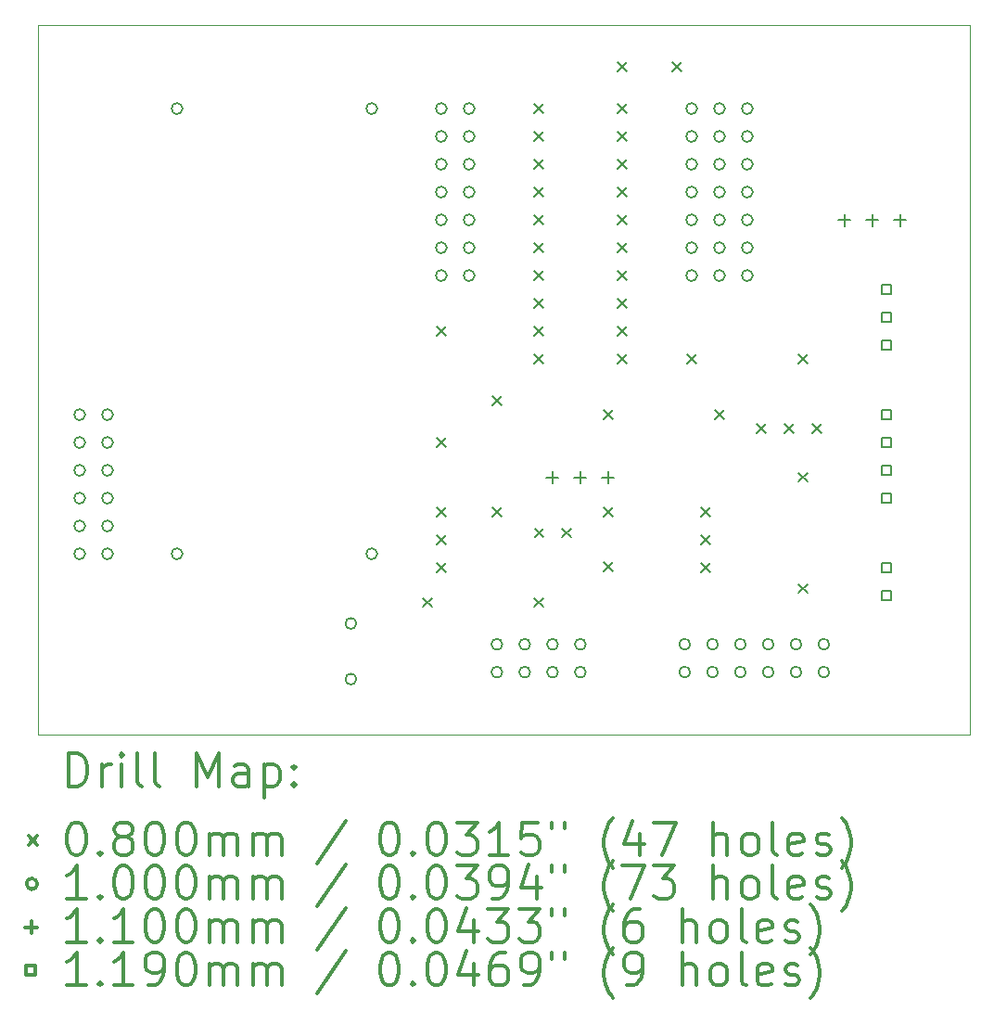
<source format=gbr>
%FSLAX45Y45*%
G04 Gerber Fmt 4.5, Leading zero omitted, Abs format (unit mm)*
G04 Created by KiCad (PCBNEW (5.1.10)-1) date 2021-09-17 19:58:28*
%MOMM*%
%LPD*%
G01*
G04 APERTURE LIST*
%TA.AperFunction,Profile*%
%ADD10C,0.100000*%
%TD*%
%ADD11C,0.200000*%
%ADD12C,0.300000*%
G04 APERTURE END LIST*
D10*
X11684000Y-1778000D02*
X11684000Y-8255000D01*
X3175000Y-1778000D02*
X11684000Y-1778000D01*
X3175000Y-8255000D02*
X3175000Y-1778000D01*
X11684000Y-8255000D02*
X3175000Y-8255000D01*
D11*
X6691000Y-7008500D02*
X6771000Y-7088500D01*
X6771000Y-7008500D02*
X6691000Y-7088500D01*
X6818000Y-4532000D02*
X6898000Y-4612000D01*
X6898000Y-4532000D02*
X6818000Y-4612000D01*
X6818000Y-5548000D02*
X6898000Y-5628000D01*
X6898000Y-5548000D02*
X6818000Y-5628000D01*
X6818000Y-6183000D02*
X6898000Y-6263000D01*
X6898000Y-6183000D02*
X6818000Y-6263000D01*
X6818000Y-6437000D02*
X6898000Y-6517000D01*
X6898000Y-6437000D02*
X6818000Y-6517000D01*
X6818000Y-6691000D02*
X6898000Y-6771000D01*
X6898000Y-6691000D02*
X6818000Y-6771000D01*
X7326000Y-5167000D02*
X7406000Y-5247000D01*
X7406000Y-5167000D02*
X7326000Y-5247000D01*
X7326000Y-6183000D02*
X7406000Y-6263000D01*
X7406000Y-6183000D02*
X7326000Y-6263000D01*
X7707000Y-2500000D02*
X7787000Y-2580000D01*
X7787000Y-2500000D02*
X7707000Y-2580000D01*
X7707000Y-2754000D02*
X7787000Y-2834000D01*
X7787000Y-2754000D02*
X7707000Y-2834000D01*
X7707000Y-3008000D02*
X7787000Y-3088000D01*
X7787000Y-3008000D02*
X7707000Y-3088000D01*
X7707000Y-3262000D02*
X7787000Y-3342000D01*
X7787000Y-3262000D02*
X7707000Y-3342000D01*
X7707000Y-3516000D02*
X7787000Y-3596000D01*
X7787000Y-3516000D02*
X7707000Y-3596000D01*
X7707000Y-3770000D02*
X7787000Y-3850000D01*
X7787000Y-3770000D02*
X7707000Y-3850000D01*
X7707000Y-4024000D02*
X7787000Y-4104000D01*
X7787000Y-4024000D02*
X7707000Y-4104000D01*
X7707000Y-4278000D02*
X7787000Y-4358000D01*
X7787000Y-4278000D02*
X7707000Y-4358000D01*
X7707000Y-4532000D02*
X7787000Y-4612000D01*
X7787000Y-4532000D02*
X7707000Y-4612000D01*
X7707000Y-4786000D02*
X7787000Y-4866000D01*
X7787000Y-4786000D02*
X7707000Y-4866000D01*
X7707000Y-7008500D02*
X7787000Y-7088500D01*
X7787000Y-7008500D02*
X7707000Y-7088500D01*
X7711000Y-6373500D02*
X7791000Y-6453500D01*
X7791000Y-6373500D02*
X7711000Y-6453500D01*
X7961000Y-6373500D02*
X8041000Y-6453500D01*
X8041000Y-6373500D02*
X7961000Y-6453500D01*
X8342000Y-5294000D02*
X8422000Y-5374000D01*
X8422000Y-5294000D02*
X8342000Y-5374000D01*
X8342000Y-6183000D02*
X8422000Y-6263000D01*
X8422000Y-6183000D02*
X8342000Y-6263000D01*
X8342000Y-6683000D02*
X8422000Y-6763000D01*
X8422000Y-6683000D02*
X8342000Y-6763000D01*
X8469000Y-2119000D02*
X8549000Y-2199000D01*
X8549000Y-2119000D02*
X8469000Y-2199000D01*
X8469000Y-2500000D02*
X8549000Y-2580000D01*
X8549000Y-2500000D02*
X8469000Y-2580000D01*
X8469000Y-2754000D02*
X8549000Y-2834000D01*
X8549000Y-2754000D02*
X8469000Y-2834000D01*
X8469000Y-3008000D02*
X8549000Y-3088000D01*
X8549000Y-3008000D02*
X8469000Y-3088000D01*
X8469000Y-3262000D02*
X8549000Y-3342000D01*
X8549000Y-3262000D02*
X8469000Y-3342000D01*
X8469000Y-3516000D02*
X8549000Y-3596000D01*
X8549000Y-3516000D02*
X8469000Y-3596000D01*
X8469000Y-3770000D02*
X8549000Y-3850000D01*
X8549000Y-3770000D02*
X8469000Y-3850000D01*
X8469000Y-4024000D02*
X8549000Y-4104000D01*
X8549000Y-4024000D02*
X8469000Y-4104000D01*
X8469000Y-4278000D02*
X8549000Y-4358000D01*
X8549000Y-4278000D02*
X8469000Y-4358000D01*
X8469000Y-4532000D02*
X8549000Y-4612000D01*
X8549000Y-4532000D02*
X8469000Y-4612000D01*
X8469000Y-4786000D02*
X8549000Y-4866000D01*
X8549000Y-4786000D02*
X8469000Y-4866000D01*
X8969000Y-2119000D02*
X9049000Y-2199000D01*
X9049000Y-2119000D02*
X8969000Y-2199000D01*
X9104000Y-4786000D02*
X9184000Y-4866000D01*
X9184000Y-4786000D02*
X9104000Y-4866000D01*
X9231000Y-6183000D02*
X9311000Y-6263000D01*
X9311000Y-6183000D02*
X9231000Y-6263000D01*
X9231000Y-6437000D02*
X9311000Y-6517000D01*
X9311000Y-6437000D02*
X9231000Y-6517000D01*
X9231000Y-6691000D02*
X9311000Y-6771000D01*
X9311000Y-6691000D02*
X9231000Y-6771000D01*
X9358000Y-5294000D02*
X9438000Y-5374000D01*
X9438000Y-5294000D02*
X9358000Y-5374000D01*
X9739000Y-5421000D02*
X9819000Y-5501000D01*
X9819000Y-5421000D02*
X9739000Y-5501000D01*
X9993000Y-5421000D02*
X10073000Y-5501000D01*
X10073000Y-5421000D02*
X9993000Y-5501000D01*
X10120000Y-4786000D02*
X10200000Y-4866000D01*
X10200000Y-4786000D02*
X10120000Y-4866000D01*
X10120000Y-5865500D02*
X10200000Y-5945500D01*
X10200000Y-5865500D02*
X10120000Y-5945500D01*
X10120000Y-6881500D02*
X10200000Y-6961500D01*
X10200000Y-6881500D02*
X10120000Y-6961500D01*
X10247000Y-5421000D02*
X10327000Y-5501000D01*
X10327000Y-5421000D02*
X10247000Y-5501000D01*
X3606000Y-5334000D02*
G75*
G03*
X3606000Y-5334000I-50000J0D01*
G01*
X3606000Y-5588000D02*
G75*
G03*
X3606000Y-5588000I-50000J0D01*
G01*
X3606000Y-5842000D02*
G75*
G03*
X3606000Y-5842000I-50000J0D01*
G01*
X3606000Y-6096000D02*
G75*
G03*
X3606000Y-6096000I-50000J0D01*
G01*
X3606000Y-6350000D02*
G75*
G03*
X3606000Y-6350000I-50000J0D01*
G01*
X3606000Y-6604000D02*
G75*
G03*
X3606000Y-6604000I-50000J0D01*
G01*
X3860000Y-5334000D02*
G75*
G03*
X3860000Y-5334000I-50000J0D01*
G01*
X3860000Y-5588000D02*
G75*
G03*
X3860000Y-5588000I-50000J0D01*
G01*
X3860000Y-5842000D02*
G75*
G03*
X3860000Y-5842000I-50000J0D01*
G01*
X3860000Y-6096000D02*
G75*
G03*
X3860000Y-6096000I-50000J0D01*
G01*
X3860000Y-6350000D02*
G75*
G03*
X3860000Y-6350000I-50000J0D01*
G01*
X3860000Y-6604000D02*
G75*
G03*
X3860000Y-6604000I-50000J0D01*
G01*
X4495000Y-2540000D02*
G75*
G03*
X4495000Y-2540000I-50000J0D01*
G01*
X4495000Y-6604000D02*
G75*
G03*
X4495000Y-6604000I-50000J0D01*
G01*
X6082500Y-7239000D02*
G75*
G03*
X6082500Y-7239000I-50000J0D01*
G01*
X6082500Y-7747000D02*
G75*
G03*
X6082500Y-7747000I-50000J0D01*
G01*
X6273000Y-2540000D02*
G75*
G03*
X6273000Y-2540000I-50000J0D01*
G01*
X6273000Y-6604000D02*
G75*
G03*
X6273000Y-6604000I-50000J0D01*
G01*
X6908000Y-2540000D02*
G75*
G03*
X6908000Y-2540000I-50000J0D01*
G01*
X6908000Y-2794000D02*
G75*
G03*
X6908000Y-2794000I-50000J0D01*
G01*
X6908000Y-3048000D02*
G75*
G03*
X6908000Y-3048000I-50000J0D01*
G01*
X6908000Y-3302000D02*
G75*
G03*
X6908000Y-3302000I-50000J0D01*
G01*
X6908000Y-3556000D02*
G75*
G03*
X6908000Y-3556000I-50000J0D01*
G01*
X6908000Y-3810000D02*
G75*
G03*
X6908000Y-3810000I-50000J0D01*
G01*
X6908000Y-4064000D02*
G75*
G03*
X6908000Y-4064000I-50000J0D01*
G01*
X7162000Y-2540000D02*
G75*
G03*
X7162000Y-2540000I-50000J0D01*
G01*
X7162000Y-2794000D02*
G75*
G03*
X7162000Y-2794000I-50000J0D01*
G01*
X7162000Y-3048000D02*
G75*
G03*
X7162000Y-3048000I-50000J0D01*
G01*
X7162000Y-3302000D02*
G75*
G03*
X7162000Y-3302000I-50000J0D01*
G01*
X7162000Y-3556000D02*
G75*
G03*
X7162000Y-3556000I-50000J0D01*
G01*
X7162000Y-3810000D02*
G75*
G03*
X7162000Y-3810000I-50000J0D01*
G01*
X7162000Y-4064000D02*
G75*
G03*
X7162000Y-4064000I-50000J0D01*
G01*
X7416000Y-7429500D02*
G75*
G03*
X7416000Y-7429500I-50000J0D01*
G01*
X7416000Y-7683500D02*
G75*
G03*
X7416000Y-7683500I-50000J0D01*
G01*
X7670000Y-7429500D02*
G75*
G03*
X7670000Y-7429500I-50000J0D01*
G01*
X7670000Y-7683500D02*
G75*
G03*
X7670000Y-7683500I-50000J0D01*
G01*
X7924000Y-7429500D02*
G75*
G03*
X7924000Y-7429500I-50000J0D01*
G01*
X7924000Y-7683500D02*
G75*
G03*
X7924000Y-7683500I-50000J0D01*
G01*
X8178000Y-7429500D02*
G75*
G03*
X8178000Y-7429500I-50000J0D01*
G01*
X8178000Y-7683500D02*
G75*
G03*
X8178000Y-7683500I-50000J0D01*
G01*
X9130500Y-7429500D02*
G75*
G03*
X9130500Y-7429500I-50000J0D01*
G01*
X9130500Y-7683500D02*
G75*
G03*
X9130500Y-7683500I-50000J0D01*
G01*
X9194000Y-2540000D02*
G75*
G03*
X9194000Y-2540000I-50000J0D01*
G01*
X9194000Y-2794000D02*
G75*
G03*
X9194000Y-2794000I-50000J0D01*
G01*
X9194000Y-3048000D02*
G75*
G03*
X9194000Y-3048000I-50000J0D01*
G01*
X9194000Y-3302000D02*
G75*
G03*
X9194000Y-3302000I-50000J0D01*
G01*
X9194000Y-3556000D02*
G75*
G03*
X9194000Y-3556000I-50000J0D01*
G01*
X9194000Y-3810000D02*
G75*
G03*
X9194000Y-3810000I-50000J0D01*
G01*
X9194000Y-4064000D02*
G75*
G03*
X9194000Y-4064000I-50000J0D01*
G01*
X9384500Y-7429500D02*
G75*
G03*
X9384500Y-7429500I-50000J0D01*
G01*
X9384500Y-7683500D02*
G75*
G03*
X9384500Y-7683500I-50000J0D01*
G01*
X9448000Y-2540000D02*
G75*
G03*
X9448000Y-2540000I-50000J0D01*
G01*
X9448000Y-2794000D02*
G75*
G03*
X9448000Y-2794000I-50000J0D01*
G01*
X9448000Y-3048000D02*
G75*
G03*
X9448000Y-3048000I-50000J0D01*
G01*
X9448000Y-3302000D02*
G75*
G03*
X9448000Y-3302000I-50000J0D01*
G01*
X9448000Y-3556000D02*
G75*
G03*
X9448000Y-3556000I-50000J0D01*
G01*
X9448000Y-3810000D02*
G75*
G03*
X9448000Y-3810000I-50000J0D01*
G01*
X9448000Y-4064000D02*
G75*
G03*
X9448000Y-4064000I-50000J0D01*
G01*
X9638500Y-7429500D02*
G75*
G03*
X9638500Y-7429500I-50000J0D01*
G01*
X9638500Y-7683500D02*
G75*
G03*
X9638500Y-7683500I-50000J0D01*
G01*
X9702000Y-2540000D02*
G75*
G03*
X9702000Y-2540000I-50000J0D01*
G01*
X9702000Y-2794000D02*
G75*
G03*
X9702000Y-2794000I-50000J0D01*
G01*
X9702000Y-3048000D02*
G75*
G03*
X9702000Y-3048000I-50000J0D01*
G01*
X9702000Y-3302000D02*
G75*
G03*
X9702000Y-3302000I-50000J0D01*
G01*
X9702000Y-3556000D02*
G75*
G03*
X9702000Y-3556000I-50000J0D01*
G01*
X9702000Y-3810000D02*
G75*
G03*
X9702000Y-3810000I-50000J0D01*
G01*
X9702000Y-4064000D02*
G75*
G03*
X9702000Y-4064000I-50000J0D01*
G01*
X9892500Y-7429500D02*
G75*
G03*
X9892500Y-7429500I-50000J0D01*
G01*
X9892500Y-7683500D02*
G75*
G03*
X9892500Y-7683500I-50000J0D01*
G01*
X10146500Y-7429500D02*
G75*
G03*
X10146500Y-7429500I-50000J0D01*
G01*
X10146500Y-7683500D02*
G75*
G03*
X10146500Y-7683500I-50000J0D01*
G01*
X10400500Y-7429500D02*
G75*
G03*
X10400500Y-7429500I-50000J0D01*
G01*
X10400500Y-7683500D02*
G75*
G03*
X10400500Y-7683500I-50000J0D01*
G01*
X7874000Y-5850500D02*
X7874000Y-5960500D01*
X7819000Y-5905500D02*
X7929000Y-5905500D01*
X8128000Y-5850500D02*
X8128000Y-5960500D01*
X8073000Y-5905500D02*
X8183000Y-5905500D01*
X8382000Y-5850500D02*
X8382000Y-5960500D01*
X8327000Y-5905500D02*
X8437000Y-5905500D01*
X10541000Y-3501000D02*
X10541000Y-3611000D01*
X10486000Y-3556000D02*
X10596000Y-3556000D01*
X10795000Y-3501000D02*
X10795000Y-3611000D01*
X10740000Y-3556000D02*
X10850000Y-3556000D01*
X11049000Y-3501000D02*
X11049000Y-3611000D01*
X10994000Y-3556000D02*
X11104000Y-3556000D01*
X10964073Y-4233073D02*
X10964073Y-4148927D01*
X10879927Y-4148927D01*
X10879927Y-4233073D01*
X10964073Y-4233073D01*
X10964073Y-4487073D02*
X10964073Y-4402927D01*
X10879927Y-4402927D01*
X10879927Y-4487073D01*
X10964073Y-4487073D01*
X10964073Y-4741073D02*
X10964073Y-4656927D01*
X10879927Y-4656927D01*
X10879927Y-4741073D01*
X10964073Y-4741073D01*
X10964073Y-5376073D02*
X10964073Y-5291927D01*
X10879927Y-5291927D01*
X10879927Y-5376073D01*
X10964073Y-5376073D01*
X10964073Y-5630073D02*
X10964073Y-5545927D01*
X10879927Y-5545927D01*
X10879927Y-5630073D01*
X10964073Y-5630073D01*
X10964073Y-5884073D02*
X10964073Y-5799927D01*
X10879927Y-5799927D01*
X10879927Y-5884073D01*
X10964073Y-5884073D01*
X10964073Y-6138073D02*
X10964073Y-6053927D01*
X10879927Y-6053927D01*
X10879927Y-6138073D01*
X10964073Y-6138073D01*
X10964073Y-6773073D02*
X10964073Y-6688927D01*
X10879927Y-6688927D01*
X10879927Y-6773073D01*
X10964073Y-6773073D01*
X10964073Y-7027073D02*
X10964073Y-6942927D01*
X10879927Y-6942927D01*
X10879927Y-7027073D01*
X10964073Y-7027073D01*
D12*
X3456428Y-8725714D02*
X3456428Y-8425714D01*
X3527857Y-8425714D01*
X3570714Y-8440000D01*
X3599286Y-8468572D01*
X3613571Y-8497143D01*
X3627857Y-8554286D01*
X3627857Y-8597143D01*
X3613571Y-8654286D01*
X3599286Y-8682857D01*
X3570714Y-8711429D01*
X3527857Y-8725714D01*
X3456428Y-8725714D01*
X3756428Y-8725714D02*
X3756428Y-8525714D01*
X3756428Y-8582857D02*
X3770714Y-8554286D01*
X3785000Y-8540000D01*
X3813571Y-8525714D01*
X3842143Y-8525714D01*
X3942143Y-8725714D02*
X3942143Y-8525714D01*
X3942143Y-8425714D02*
X3927857Y-8440000D01*
X3942143Y-8454286D01*
X3956428Y-8440000D01*
X3942143Y-8425714D01*
X3942143Y-8454286D01*
X4127857Y-8725714D02*
X4099286Y-8711429D01*
X4085000Y-8682857D01*
X4085000Y-8425714D01*
X4285000Y-8725714D02*
X4256428Y-8711429D01*
X4242143Y-8682857D01*
X4242143Y-8425714D01*
X4627857Y-8725714D02*
X4627857Y-8425714D01*
X4727857Y-8640000D01*
X4827857Y-8425714D01*
X4827857Y-8725714D01*
X5099286Y-8725714D02*
X5099286Y-8568572D01*
X5085000Y-8540000D01*
X5056428Y-8525714D01*
X4999286Y-8525714D01*
X4970714Y-8540000D01*
X5099286Y-8711429D02*
X5070714Y-8725714D01*
X4999286Y-8725714D01*
X4970714Y-8711429D01*
X4956428Y-8682857D01*
X4956428Y-8654286D01*
X4970714Y-8625714D01*
X4999286Y-8611429D01*
X5070714Y-8611429D01*
X5099286Y-8597143D01*
X5242143Y-8525714D02*
X5242143Y-8825714D01*
X5242143Y-8540000D02*
X5270714Y-8525714D01*
X5327857Y-8525714D01*
X5356428Y-8540000D01*
X5370714Y-8554286D01*
X5385000Y-8582857D01*
X5385000Y-8668572D01*
X5370714Y-8697143D01*
X5356428Y-8711429D01*
X5327857Y-8725714D01*
X5270714Y-8725714D01*
X5242143Y-8711429D01*
X5513571Y-8697143D02*
X5527857Y-8711429D01*
X5513571Y-8725714D01*
X5499286Y-8711429D01*
X5513571Y-8697143D01*
X5513571Y-8725714D01*
X5513571Y-8540000D02*
X5527857Y-8554286D01*
X5513571Y-8568572D01*
X5499286Y-8554286D01*
X5513571Y-8540000D01*
X5513571Y-8568572D01*
X3090000Y-9180000D02*
X3170000Y-9260000D01*
X3170000Y-9180000D02*
X3090000Y-9260000D01*
X3513571Y-9055714D02*
X3542143Y-9055714D01*
X3570714Y-9070000D01*
X3585000Y-9084286D01*
X3599286Y-9112857D01*
X3613571Y-9170000D01*
X3613571Y-9241429D01*
X3599286Y-9298572D01*
X3585000Y-9327143D01*
X3570714Y-9341429D01*
X3542143Y-9355714D01*
X3513571Y-9355714D01*
X3485000Y-9341429D01*
X3470714Y-9327143D01*
X3456428Y-9298572D01*
X3442143Y-9241429D01*
X3442143Y-9170000D01*
X3456428Y-9112857D01*
X3470714Y-9084286D01*
X3485000Y-9070000D01*
X3513571Y-9055714D01*
X3742143Y-9327143D02*
X3756428Y-9341429D01*
X3742143Y-9355714D01*
X3727857Y-9341429D01*
X3742143Y-9327143D01*
X3742143Y-9355714D01*
X3927857Y-9184286D02*
X3899286Y-9170000D01*
X3885000Y-9155714D01*
X3870714Y-9127143D01*
X3870714Y-9112857D01*
X3885000Y-9084286D01*
X3899286Y-9070000D01*
X3927857Y-9055714D01*
X3985000Y-9055714D01*
X4013571Y-9070000D01*
X4027857Y-9084286D01*
X4042143Y-9112857D01*
X4042143Y-9127143D01*
X4027857Y-9155714D01*
X4013571Y-9170000D01*
X3985000Y-9184286D01*
X3927857Y-9184286D01*
X3899286Y-9198572D01*
X3885000Y-9212857D01*
X3870714Y-9241429D01*
X3870714Y-9298572D01*
X3885000Y-9327143D01*
X3899286Y-9341429D01*
X3927857Y-9355714D01*
X3985000Y-9355714D01*
X4013571Y-9341429D01*
X4027857Y-9327143D01*
X4042143Y-9298572D01*
X4042143Y-9241429D01*
X4027857Y-9212857D01*
X4013571Y-9198572D01*
X3985000Y-9184286D01*
X4227857Y-9055714D02*
X4256428Y-9055714D01*
X4285000Y-9070000D01*
X4299286Y-9084286D01*
X4313571Y-9112857D01*
X4327857Y-9170000D01*
X4327857Y-9241429D01*
X4313571Y-9298572D01*
X4299286Y-9327143D01*
X4285000Y-9341429D01*
X4256428Y-9355714D01*
X4227857Y-9355714D01*
X4199286Y-9341429D01*
X4185000Y-9327143D01*
X4170714Y-9298572D01*
X4156428Y-9241429D01*
X4156428Y-9170000D01*
X4170714Y-9112857D01*
X4185000Y-9084286D01*
X4199286Y-9070000D01*
X4227857Y-9055714D01*
X4513571Y-9055714D02*
X4542143Y-9055714D01*
X4570714Y-9070000D01*
X4585000Y-9084286D01*
X4599286Y-9112857D01*
X4613571Y-9170000D01*
X4613571Y-9241429D01*
X4599286Y-9298572D01*
X4585000Y-9327143D01*
X4570714Y-9341429D01*
X4542143Y-9355714D01*
X4513571Y-9355714D01*
X4485000Y-9341429D01*
X4470714Y-9327143D01*
X4456428Y-9298572D01*
X4442143Y-9241429D01*
X4442143Y-9170000D01*
X4456428Y-9112857D01*
X4470714Y-9084286D01*
X4485000Y-9070000D01*
X4513571Y-9055714D01*
X4742143Y-9355714D02*
X4742143Y-9155714D01*
X4742143Y-9184286D02*
X4756428Y-9170000D01*
X4785000Y-9155714D01*
X4827857Y-9155714D01*
X4856428Y-9170000D01*
X4870714Y-9198572D01*
X4870714Y-9355714D01*
X4870714Y-9198572D02*
X4885000Y-9170000D01*
X4913571Y-9155714D01*
X4956428Y-9155714D01*
X4985000Y-9170000D01*
X4999286Y-9198572D01*
X4999286Y-9355714D01*
X5142143Y-9355714D02*
X5142143Y-9155714D01*
X5142143Y-9184286D02*
X5156428Y-9170000D01*
X5185000Y-9155714D01*
X5227857Y-9155714D01*
X5256428Y-9170000D01*
X5270714Y-9198572D01*
X5270714Y-9355714D01*
X5270714Y-9198572D02*
X5285000Y-9170000D01*
X5313571Y-9155714D01*
X5356428Y-9155714D01*
X5385000Y-9170000D01*
X5399286Y-9198572D01*
X5399286Y-9355714D01*
X5985000Y-9041429D02*
X5727857Y-9427143D01*
X6370714Y-9055714D02*
X6399286Y-9055714D01*
X6427857Y-9070000D01*
X6442143Y-9084286D01*
X6456428Y-9112857D01*
X6470714Y-9170000D01*
X6470714Y-9241429D01*
X6456428Y-9298572D01*
X6442143Y-9327143D01*
X6427857Y-9341429D01*
X6399286Y-9355714D01*
X6370714Y-9355714D01*
X6342143Y-9341429D01*
X6327857Y-9327143D01*
X6313571Y-9298572D01*
X6299286Y-9241429D01*
X6299286Y-9170000D01*
X6313571Y-9112857D01*
X6327857Y-9084286D01*
X6342143Y-9070000D01*
X6370714Y-9055714D01*
X6599286Y-9327143D02*
X6613571Y-9341429D01*
X6599286Y-9355714D01*
X6585000Y-9341429D01*
X6599286Y-9327143D01*
X6599286Y-9355714D01*
X6799286Y-9055714D02*
X6827857Y-9055714D01*
X6856428Y-9070000D01*
X6870714Y-9084286D01*
X6885000Y-9112857D01*
X6899286Y-9170000D01*
X6899286Y-9241429D01*
X6885000Y-9298572D01*
X6870714Y-9327143D01*
X6856428Y-9341429D01*
X6827857Y-9355714D01*
X6799286Y-9355714D01*
X6770714Y-9341429D01*
X6756428Y-9327143D01*
X6742143Y-9298572D01*
X6727857Y-9241429D01*
X6727857Y-9170000D01*
X6742143Y-9112857D01*
X6756428Y-9084286D01*
X6770714Y-9070000D01*
X6799286Y-9055714D01*
X6999286Y-9055714D02*
X7185000Y-9055714D01*
X7085000Y-9170000D01*
X7127857Y-9170000D01*
X7156428Y-9184286D01*
X7170714Y-9198572D01*
X7185000Y-9227143D01*
X7185000Y-9298572D01*
X7170714Y-9327143D01*
X7156428Y-9341429D01*
X7127857Y-9355714D01*
X7042143Y-9355714D01*
X7013571Y-9341429D01*
X6999286Y-9327143D01*
X7470714Y-9355714D02*
X7299286Y-9355714D01*
X7385000Y-9355714D02*
X7385000Y-9055714D01*
X7356428Y-9098572D01*
X7327857Y-9127143D01*
X7299286Y-9141429D01*
X7742143Y-9055714D02*
X7599286Y-9055714D01*
X7585000Y-9198572D01*
X7599286Y-9184286D01*
X7627857Y-9170000D01*
X7699286Y-9170000D01*
X7727857Y-9184286D01*
X7742143Y-9198572D01*
X7756428Y-9227143D01*
X7756428Y-9298572D01*
X7742143Y-9327143D01*
X7727857Y-9341429D01*
X7699286Y-9355714D01*
X7627857Y-9355714D01*
X7599286Y-9341429D01*
X7585000Y-9327143D01*
X7870714Y-9055714D02*
X7870714Y-9112857D01*
X7985000Y-9055714D02*
X7985000Y-9112857D01*
X8427857Y-9470000D02*
X8413571Y-9455714D01*
X8385000Y-9412857D01*
X8370714Y-9384286D01*
X8356428Y-9341429D01*
X8342143Y-9270000D01*
X8342143Y-9212857D01*
X8356428Y-9141429D01*
X8370714Y-9098572D01*
X8385000Y-9070000D01*
X8413571Y-9027143D01*
X8427857Y-9012857D01*
X8670714Y-9155714D02*
X8670714Y-9355714D01*
X8599286Y-9041429D02*
X8527857Y-9255714D01*
X8713571Y-9255714D01*
X8799286Y-9055714D02*
X8999286Y-9055714D01*
X8870714Y-9355714D01*
X9342143Y-9355714D02*
X9342143Y-9055714D01*
X9470714Y-9355714D02*
X9470714Y-9198572D01*
X9456428Y-9170000D01*
X9427857Y-9155714D01*
X9385000Y-9155714D01*
X9356428Y-9170000D01*
X9342143Y-9184286D01*
X9656428Y-9355714D02*
X9627857Y-9341429D01*
X9613571Y-9327143D01*
X9599286Y-9298572D01*
X9599286Y-9212857D01*
X9613571Y-9184286D01*
X9627857Y-9170000D01*
X9656428Y-9155714D01*
X9699286Y-9155714D01*
X9727857Y-9170000D01*
X9742143Y-9184286D01*
X9756428Y-9212857D01*
X9756428Y-9298572D01*
X9742143Y-9327143D01*
X9727857Y-9341429D01*
X9699286Y-9355714D01*
X9656428Y-9355714D01*
X9927857Y-9355714D02*
X9899286Y-9341429D01*
X9885000Y-9312857D01*
X9885000Y-9055714D01*
X10156428Y-9341429D02*
X10127857Y-9355714D01*
X10070714Y-9355714D01*
X10042143Y-9341429D01*
X10027857Y-9312857D01*
X10027857Y-9198572D01*
X10042143Y-9170000D01*
X10070714Y-9155714D01*
X10127857Y-9155714D01*
X10156428Y-9170000D01*
X10170714Y-9198572D01*
X10170714Y-9227143D01*
X10027857Y-9255714D01*
X10285000Y-9341429D02*
X10313571Y-9355714D01*
X10370714Y-9355714D01*
X10399286Y-9341429D01*
X10413571Y-9312857D01*
X10413571Y-9298572D01*
X10399286Y-9270000D01*
X10370714Y-9255714D01*
X10327857Y-9255714D01*
X10299286Y-9241429D01*
X10285000Y-9212857D01*
X10285000Y-9198572D01*
X10299286Y-9170000D01*
X10327857Y-9155714D01*
X10370714Y-9155714D01*
X10399286Y-9170000D01*
X10513571Y-9470000D02*
X10527857Y-9455714D01*
X10556428Y-9412857D01*
X10570714Y-9384286D01*
X10585000Y-9341429D01*
X10599286Y-9270000D01*
X10599286Y-9212857D01*
X10585000Y-9141429D01*
X10570714Y-9098572D01*
X10556428Y-9070000D01*
X10527857Y-9027143D01*
X10513571Y-9012857D01*
X3170000Y-9616000D02*
G75*
G03*
X3170000Y-9616000I-50000J0D01*
G01*
X3613571Y-9751714D02*
X3442143Y-9751714D01*
X3527857Y-9751714D02*
X3527857Y-9451714D01*
X3499286Y-9494572D01*
X3470714Y-9523143D01*
X3442143Y-9537429D01*
X3742143Y-9723143D02*
X3756428Y-9737429D01*
X3742143Y-9751714D01*
X3727857Y-9737429D01*
X3742143Y-9723143D01*
X3742143Y-9751714D01*
X3942143Y-9451714D02*
X3970714Y-9451714D01*
X3999286Y-9466000D01*
X4013571Y-9480286D01*
X4027857Y-9508857D01*
X4042143Y-9566000D01*
X4042143Y-9637429D01*
X4027857Y-9694572D01*
X4013571Y-9723143D01*
X3999286Y-9737429D01*
X3970714Y-9751714D01*
X3942143Y-9751714D01*
X3913571Y-9737429D01*
X3899286Y-9723143D01*
X3885000Y-9694572D01*
X3870714Y-9637429D01*
X3870714Y-9566000D01*
X3885000Y-9508857D01*
X3899286Y-9480286D01*
X3913571Y-9466000D01*
X3942143Y-9451714D01*
X4227857Y-9451714D02*
X4256428Y-9451714D01*
X4285000Y-9466000D01*
X4299286Y-9480286D01*
X4313571Y-9508857D01*
X4327857Y-9566000D01*
X4327857Y-9637429D01*
X4313571Y-9694572D01*
X4299286Y-9723143D01*
X4285000Y-9737429D01*
X4256428Y-9751714D01*
X4227857Y-9751714D01*
X4199286Y-9737429D01*
X4185000Y-9723143D01*
X4170714Y-9694572D01*
X4156428Y-9637429D01*
X4156428Y-9566000D01*
X4170714Y-9508857D01*
X4185000Y-9480286D01*
X4199286Y-9466000D01*
X4227857Y-9451714D01*
X4513571Y-9451714D02*
X4542143Y-9451714D01*
X4570714Y-9466000D01*
X4585000Y-9480286D01*
X4599286Y-9508857D01*
X4613571Y-9566000D01*
X4613571Y-9637429D01*
X4599286Y-9694572D01*
X4585000Y-9723143D01*
X4570714Y-9737429D01*
X4542143Y-9751714D01*
X4513571Y-9751714D01*
X4485000Y-9737429D01*
X4470714Y-9723143D01*
X4456428Y-9694572D01*
X4442143Y-9637429D01*
X4442143Y-9566000D01*
X4456428Y-9508857D01*
X4470714Y-9480286D01*
X4485000Y-9466000D01*
X4513571Y-9451714D01*
X4742143Y-9751714D02*
X4742143Y-9551714D01*
X4742143Y-9580286D02*
X4756428Y-9566000D01*
X4785000Y-9551714D01*
X4827857Y-9551714D01*
X4856428Y-9566000D01*
X4870714Y-9594572D01*
X4870714Y-9751714D01*
X4870714Y-9594572D02*
X4885000Y-9566000D01*
X4913571Y-9551714D01*
X4956428Y-9551714D01*
X4985000Y-9566000D01*
X4999286Y-9594572D01*
X4999286Y-9751714D01*
X5142143Y-9751714D02*
X5142143Y-9551714D01*
X5142143Y-9580286D02*
X5156428Y-9566000D01*
X5185000Y-9551714D01*
X5227857Y-9551714D01*
X5256428Y-9566000D01*
X5270714Y-9594572D01*
X5270714Y-9751714D01*
X5270714Y-9594572D02*
X5285000Y-9566000D01*
X5313571Y-9551714D01*
X5356428Y-9551714D01*
X5385000Y-9566000D01*
X5399286Y-9594572D01*
X5399286Y-9751714D01*
X5985000Y-9437429D02*
X5727857Y-9823143D01*
X6370714Y-9451714D02*
X6399286Y-9451714D01*
X6427857Y-9466000D01*
X6442143Y-9480286D01*
X6456428Y-9508857D01*
X6470714Y-9566000D01*
X6470714Y-9637429D01*
X6456428Y-9694572D01*
X6442143Y-9723143D01*
X6427857Y-9737429D01*
X6399286Y-9751714D01*
X6370714Y-9751714D01*
X6342143Y-9737429D01*
X6327857Y-9723143D01*
X6313571Y-9694572D01*
X6299286Y-9637429D01*
X6299286Y-9566000D01*
X6313571Y-9508857D01*
X6327857Y-9480286D01*
X6342143Y-9466000D01*
X6370714Y-9451714D01*
X6599286Y-9723143D02*
X6613571Y-9737429D01*
X6599286Y-9751714D01*
X6585000Y-9737429D01*
X6599286Y-9723143D01*
X6599286Y-9751714D01*
X6799286Y-9451714D02*
X6827857Y-9451714D01*
X6856428Y-9466000D01*
X6870714Y-9480286D01*
X6885000Y-9508857D01*
X6899286Y-9566000D01*
X6899286Y-9637429D01*
X6885000Y-9694572D01*
X6870714Y-9723143D01*
X6856428Y-9737429D01*
X6827857Y-9751714D01*
X6799286Y-9751714D01*
X6770714Y-9737429D01*
X6756428Y-9723143D01*
X6742143Y-9694572D01*
X6727857Y-9637429D01*
X6727857Y-9566000D01*
X6742143Y-9508857D01*
X6756428Y-9480286D01*
X6770714Y-9466000D01*
X6799286Y-9451714D01*
X6999286Y-9451714D02*
X7185000Y-9451714D01*
X7085000Y-9566000D01*
X7127857Y-9566000D01*
X7156428Y-9580286D01*
X7170714Y-9594572D01*
X7185000Y-9623143D01*
X7185000Y-9694572D01*
X7170714Y-9723143D01*
X7156428Y-9737429D01*
X7127857Y-9751714D01*
X7042143Y-9751714D01*
X7013571Y-9737429D01*
X6999286Y-9723143D01*
X7327857Y-9751714D02*
X7385000Y-9751714D01*
X7413571Y-9737429D01*
X7427857Y-9723143D01*
X7456428Y-9680286D01*
X7470714Y-9623143D01*
X7470714Y-9508857D01*
X7456428Y-9480286D01*
X7442143Y-9466000D01*
X7413571Y-9451714D01*
X7356428Y-9451714D01*
X7327857Y-9466000D01*
X7313571Y-9480286D01*
X7299286Y-9508857D01*
X7299286Y-9580286D01*
X7313571Y-9608857D01*
X7327857Y-9623143D01*
X7356428Y-9637429D01*
X7413571Y-9637429D01*
X7442143Y-9623143D01*
X7456428Y-9608857D01*
X7470714Y-9580286D01*
X7727857Y-9551714D02*
X7727857Y-9751714D01*
X7656428Y-9437429D02*
X7585000Y-9651714D01*
X7770714Y-9651714D01*
X7870714Y-9451714D02*
X7870714Y-9508857D01*
X7985000Y-9451714D02*
X7985000Y-9508857D01*
X8427857Y-9866000D02*
X8413571Y-9851714D01*
X8385000Y-9808857D01*
X8370714Y-9780286D01*
X8356428Y-9737429D01*
X8342143Y-9666000D01*
X8342143Y-9608857D01*
X8356428Y-9537429D01*
X8370714Y-9494572D01*
X8385000Y-9466000D01*
X8413571Y-9423143D01*
X8427857Y-9408857D01*
X8513571Y-9451714D02*
X8713571Y-9451714D01*
X8585000Y-9751714D01*
X8799286Y-9451714D02*
X8985000Y-9451714D01*
X8885000Y-9566000D01*
X8927857Y-9566000D01*
X8956428Y-9580286D01*
X8970714Y-9594572D01*
X8985000Y-9623143D01*
X8985000Y-9694572D01*
X8970714Y-9723143D01*
X8956428Y-9737429D01*
X8927857Y-9751714D01*
X8842143Y-9751714D01*
X8813571Y-9737429D01*
X8799286Y-9723143D01*
X9342143Y-9751714D02*
X9342143Y-9451714D01*
X9470714Y-9751714D02*
X9470714Y-9594572D01*
X9456428Y-9566000D01*
X9427857Y-9551714D01*
X9385000Y-9551714D01*
X9356428Y-9566000D01*
X9342143Y-9580286D01*
X9656428Y-9751714D02*
X9627857Y-9737429D01*
X9613571Y-9723143D01*
X9599286Y-9694572D01*
X9599286Y-9608857D01*
X9613571Y-9580286D01*
X9627857Y-9566000D01*
X9656428Y-9551714D01*
X9699286Y-9551714D01*
X9727857Y-9566000D01*
X9742143Y-9580286D01*
X9756428Y-9608857D01*
X9756428Y-9694572D01*
X9742143Y-9723143D01*
X9727857Y-9737429D01*
X9699286Y-9751714D01*
X9656428Y-9751714D01*
X9927857Y-9751714D02*
X9899286Y-9737429D01*
X9885000Y-9708857D01*
X9885000Y-9451714D01*
X10156428Y-9737429D02*
X10127857Y-9751714D01*
X10070714Y-9751714D01*
X10042143Y-9737429D01*
X10027857Y-9708857D01*
X10027857Y-9594572D01*
X10042143Y-9566000D01*
X10070714Y-9551714D01*
X10127857Y-9551714D01*
X10156428Y-9566000D01*
X10170714Y-9594572D01*
X10170714Y-9623143D01*
X10027857Y-9651714D01*
X10285000Y-9737429D02*
X10313571Y-9751714D01*
X10370714Y-9751714D01*
X10399286Y-9737429D01*
X10413571Y-9708857D01*
X10413571Y-9694572D01*
X10399286Y-9666000D01*
X10370714Y-9651714D01*
X10327857Y-9651714D01*
X10299286Y-9637429D01*
X10285000Y-9608857D01*
X10285000Y-9594572D01*
X10299286Y-9566000D01*
X10327857Y-9551714D01*
X10370714Y-9551714D01*
X10399286Y-9566000D01*
X10513571Y-9866000D02*
X10527857Y-9851714D01*
X10556428Y-9808857D01*
X10570714Y-9780286D01*
X10585000Y-9737429D01*
X10599286Y-9666000D01*
X10599286Y-9608857D01*
X10585000Y-9537429D01*
X10570714Y-9494572D01*
X10556428Y-9466000D01*
X10527857Y-9423143D01*
X10513571Y-9408857D01*
X3115000Y-9957000D02*
X3115000Y-10067000D01*
X3060000Y-10012000D02*
X3170000Y-10012000D01*
X3613571Y-10147714D02*
X3442143Y-10147714D01*
X3527857Y-10147714D02*
X3527857Y-9847714D01*
X3499286Y-9890572D01*
X3470714Y-9919143D01*
X3442143Y-9933429D01*
X3742143Y-10119143D02*
X3756428Y-10133429D01*
X3742143Y-10147714D01*
X3727857Y-10133429D01*
X3742143Y-10119143D01*
X3742143Y-10147714D01*
X4042143Y-10147714D02*
X3870714Y-10147714D01*
X3956428Y-10147714D02*
X3956428Y-9847714D01*
X3927857Y-9890572D01*
X3899286Y-9919143D01*
X3870714Y-9933429D01*
X4227857Y-9847714D02*
X4256428Y-9847714D01*
X4285000Y-9862000D01*
X4299286Y-9876286D01*
X4313571Y-9904857D01*
X4327857Y-9962000D01*
X4327857Y-10033429D01*
X4313571Y-10090572D01*
X4299286Y-10119143D01*
X4285000Y-10133429D01*
X4256428Y-10147714D01*
X4227857Y-10147714D01*
X4199286Y-10133429D01*
X4185000Y-10119143D01*
X4170714Y-10090572D01*
X4156428Y-10033429D01*
X4156428Y-9962000D01*
X4170714Y-9904857D01*
X4185000Y-9876286D01*
X4199286Y-9862000D01*
X4227857Y-9847714D01*
X4513571Y-9847714D02*
X4542143Y-9847714D01*
X4570714Y-9862000D01*
X4585000Y-9876286D01*
X4599286Y-9904857D01*
X4613571Y-9962000D01*
X4613571Y-10033429D01*
X4599286Y-10090572D01*
X4585000Y-10119143D01*
X4570714Y-10133429D01*
X4542143Y-10147714D01*
X4513571Y-10147714D01*
X4485000Y-10133429D01*
X4470714Y-10119143D01*
X4456428Y-10090572D01*
X4442143Y-10033429D01*
X4442143Y-9962000D01*
X4456428Y-9904857D01*
X4470714Y-9876286D01*
X4485000Y-9862000D01*
X4513571Y-9847714D01*
X4742143Y-10147714D02*
X4742143Y-9947714D01*
X4742143Y-9976286D02*
X4756428Y-9962000D01*
X4785000Y-9947714D01*
X4827857Y-9947714D01*
X4856428Y-9962000D01*
X4870714Y-9990572D01*
X4870714Y-10147714D01*
X4870714Y-9990572D02*
X4885000Y-9962000D01*
X4913571Y-9947714D01*
X4956428Y-9947714D01*
X4985000Y-9962000D01*
X4999286Y-9990572D01*
X4999286Y-10147714D01*
X5142143Y-10147714D02*
X5142143Y-9947714D01*
X5142143Y-9976286D02*
X5156428Y-9962000D01*
X5185000Y-9947714D01*
X5227857Y-9947714D01*
X5256428Y-9962000D01*
X5270714Y-9990572D01*
X5270714Y-10147714D01*
X5270714Y-9990572D02*
X5285000Y-9962000D01*
X5313571Y-9947714D01*
X5356428Y-9947714D01*
X5385000Y-9962000D01*
X5399286Y-9990572D01*
X5399286Y-10147714D01*
X5985000Y-9833429D02*
X5727857Y-10219143D01*
X6370714Y-9847714D02*
X6399286Y-9847714D01*
X6427857Y-9862000D01*
X6442143Y-9876286D01*
X6456428Y-9904857D01*
X6470714Y-9962000D01*
X6470714Y-10033429D01*
X6456428Y-10090572D01*
X6442143Y-10119143D01*
X6427857Y-10133429D01*
X6399286Y-10147714D01*
X6370714Y-10147714D01*
X6342143Y-10133429D01*
X6327857Y-10119143D01*
X6313571Y-10090572D01*
X6299286Y-10033429D01*
X6299286Y-9962000D01*
X6313571Y-9904857D01*
X6327857Y-9876286D01*
X6342143Y-9862000D01*
X6370714Y-9847714D01*
X6599286Y-10119143D02*
X6613571Y-10133429D01*
X6599286Y-10147714D01*
X6585000Y-10133429D01*
X6599286Y-10119143D01*
X6599286Y-10147714D01*
X6799286Y-9847714D02*
X6827857Y-9847714D01*
X6856428Y-9862000D01*
X6870714Y-9876286D01*
X6885000Y-9904857D01*
X6899286Y-9962000D01*
X6899286Y-10033429D01*
X6885000Y-10090572D01*
X6870714Y-10119143D01*
X6856428Y-10133429D01*
X6827857Y-10147714D01*
X6799286Y-10147714D01*
X6770714Y-10133429D01*
X6756428Y-10119143D01*
X6742143Y-10090572D01*
X6727857Y-10033429D01*
X6727857Y-9962000D01*
X6742143Y-9904857D01*
X6756428Y-9876286D01*
X6770714Y-9862000D01*
X6799286Y-9847714D01*
X7156428Y-9947714D02*
X7156428Y-10147714D01*
X7085000Y-9833429D02*
X7013571Y-10047714D01*
X7199286Y-10047714D01*
X7285000Y-9847714D02*
X7470714Y-9847714D01*
X7370714Y-9962000D01*
X7413571Y-9962000D01*
X7442143Y-9976286D01*
X7456428Y-9990572D01*
X7470714Y-10019143D01*
X7470714Y-10090572D01*
X7456428Y-10119143D01*
X7442143Y-10133429D01*
X7413571Y-10147714D01*
X7327857Y-10147714D01*
X7299286Y-10133429D01*
X7285000Y-10119143D01*
X7570714Y-9847714D02*
X7756428Y-9847714D01*
X7656428Y-9962000D01*
X7699286Y-9962000D01*
X7727857Y-9976286D01*
X7742143Y-9990572D01*
X7756428Y-10019143D01*
X7756428Y-10090572D01*
X7742143Y-10119143D01*
X7727857Y-10133429D01*
X7699286Y-10147714D01*
X7613571Y-10147714D01*
X7585000Y-10133429D01*
X7570714Y-10119143D01*
X7870714Y-9847714D02*
X7870714Y-9904857D01*
X7985000Y-9847714D02*
X7985000Y-9904857D01*
X8427857Y-10262000D02*
X8413571Y-10247714D01*
X8385000Y-10204857D01*
X8370714Y-10176286D01*
X8356428Y-10133429D01*
X8342143Y-10062000D01*
X8342143Y-10004857D01*
X8356428Y-9933429D01*
X8370714Y-9890572D01*
X8385000Y-9862000D01*
X8413571Y-9819143D01*
X8427857Y-9804857D01*
X8670714Y-9847714D02*
X8613571Y-9847714D01*
X8585000Y-9862000D01*
X8570714Y-9876286D01*
X8542143Y-9919143D01*
X8527857Y-9976286D01*
X8527857Y-10090572D01*
X8542143Y-10119143D01*
X8556428Y-10133429D01*
X8585000Y-10147714D01*
X8642143Y-10147714D01*
X8670714Y-10133429D01*
X8685000Y-10119143D01*
X8699286Y-10090572D01*
X8699286Y-10019143D01*
X8685000Y-9990572D01*
X8670714Y-9976286D01*
X8642143Y-9962000D01*
X8585000Y-9962000D01*
X8556428Y-9976286D01*
X8542143Y-9990572D01*
X8527857Y-10019143D01*
X9056428Y-10147714D02*
X9056428Y-9847714D01*
X9185000Y-10147714D02*
X9185000Y-9990572D01*
X9170714Y-9962000D01*
X9142143Y-9947714D01*
X9099286Y-9947714D01*
X9070714Y-9962000D01*
X9056428Y-9976286D01*
X9370714Y-10147714D02*
X9342143Y-10133429D01*
X9327857Y-10119143D01*
X9313571Y-10090572D01*
X9313571Y-10004857D01*
X9327857Y-9976286D01*
X9342143Y-9962000D01*
X9370714Y-9947714D01*
X9413571Y-9947714D01*
X9442143Y-9962000D01*
X9456428Y-9976286D01*
X9470714Y-10004857D01*
X9470714Y-10090572D01*
X9456428Y-10119143D01*
X9442143Y-10133429D01*
X9413571Y-10147714D01*
X9370714Y-10147714D01*
X9642143Y-10147714D02*
X9613571Y-10133429D01*
X9599286Y-10104857D01*
X9599286Y-9847714D01*
X9870714Y-10133429D02*
X9842143Y-10147714D01*
X9785000Y-10147714D01*
X9756428Y-10133429D01*
X9742143Y-10104857D01*
X9742143Y-9990572D01*
X9756428Y-9962000D01*
X9785000Y-9947714D01*
X9842143Y-9947714D01*
X9870714Y-9962000D01*
X9885000Y-9990572D01*
X9885000Y-10019143D01*
X9742143Y-10047714D01*
X9999286Y-10133429D02*
X10027857Y-10147714D01*
X10085000Y-10147714D01*
X10113571Y-10133429D01*
X10127857Y-10104857D01*
X10127857Y-10090572D01*
X10113571Y-10062000D01*
X10085000Y-10047714D01*
X10042143Y-10047714D01*
X10013571Y-10033429D01*
X9999286Y-10004857D01*
X9999286Y-9990572D01*
X10013571Y-9962000D01*
X10042143Y-9947714D01*
X10085000Y-9947714D01*
X10113571Y-9962000D01*
X10227857Y-10262000D02*
X10242143Y-10247714D01*
X10270714Y-10204857D01*
X10285000Y-10176286D01*
X10299286Y-10133429D01*
X10313571Y-10062000D01*
X10313571Y-10004857D01*
X10299286Y-9933429D01*
X10285000Y-9890572D01*
X10270714Y-9862000D01*
X10242143Y-9819143D01*
X10227857Y-9804857D01*
X3152573Y-10450073D02*
X3152573Y-10365927D01*
X3068427Y-10365927D01*
X3068427Y-10450073D01*
X3152573Y-10450073D01*
X3613571Y-10543714D02*
X3442143Y-10543714D01*
X3527857Y-10543714D02*
X3527857Y-10243714D01*
X3499286Y-10286572D01*
X3470714Y-10315143D01*
X3442143Y-10329429D01*
X3742143Y-10515143D02*
X3756428Y-10529429D01*
X3742143Y-10543714D01*
X3727857Y-10529429D01*
X3742143Y-10515143D01*
X3742143Y-10543714D01*
X4042143Y-10543714D02*
X3870714Y-10543714D01*
X3956428Y-10543714D02*
X3956428Y-10243714D01*
X3927857Y-10286572D01*
X3899286Y-10315143D01*
X3870714Y-10329429D01*
X4185000Y-10543714D02*
X4242143Y-10543714D01*
X4270714Y-10529429D01*
X4285000Y-10515143D01*
X4313571Y-10472286D01*
X4327857Y-10415143D01*
X4327857Y-10300857D01*
X4313571Y-10272286D01*
X4299286Y-10258000D01*
X4270714Y-10243714D01*
X4213571Y-10243714D01*
X4185000Y-10258000D01*
X4170714Y-10272286D01*
X4156428Y-10300857D01*
X4156428Y-10372286D01*
X4170714Y-10400857D01*
X4185000Y-10415143D01*
X4213571Y-10429429D01*
X4270714Y-10429429D01*
X4299286Y-10415143D01*
X4313571Y-10400857D01*
X4327857Y-10372286D01*
X4513571Y-10243714D02*
X4542143Y-10243714D01*
X4570714Y-10258000D01*
X4585000Y-10272286D01*
X4599286Y-10300857D01*
X4613571Y-10358000D01*
X4613571Y-10429429D01*
X4599286Y-10486572D01*
X4585000Y-10515143D01*
X4570714Y-10529429D01*
X4542143Y-10543714D01*
X4513571Y-10543714D01*
X4485000Y-10529429D01*
X4470714Y-10515143D01*
X4456428Y-10486572D01*
X4442143Y-10429429D01*
X4442143Y-10358000D01*
X4456428Y-10300857D01*
X4470714Y-10272286D01*
X4485000Y-10258000D01*
X4513571Y-10243714D01*
X4742143Y-10543714D02*
X4742143Y-10343714D01*
X4742143Y-10372286D02*
X4756428Y-10358000D01*
X4785000Y-10343714D01*
X4827857Y-10343714D01*
X4856428Y-10358000D01*
X4870714Y-10386572D01*
X4870714Y-10543714D01*
X4870714Y-10386572D02*
X4885000Y-10358000D01*
X4913571Y-10343714D01*
X4956428Y-10343714D01*
X4985000Y-10358000D01*
X4999286Y-10386572D01*
X4999286Y-10543714D01*
X5142143Y-10543714D02*
X5142143Y-10343714D01*
X5142143Y-10372286D02*
X5156428Y-10358000D01*
X5185000Y-10343714D01*
X5227857Y-10343714D01*
X5256428Y-10358000D01*
X5270714Y-10386572D01*
X5270714Y-10543714D01*
X5270714Y-10386572D02*
X5285000Y-10358000D01*
X5313571Y-10343714D01*
X5356428Y-10343714D01*
X5385000Y-10358000D01*
X5399286Y-10386572D01*
X5399286Y-10543714D01*
X5985000Y-10229429D02*
X5727857Y-10615143D01*
X6370714Y-10243714D02*
X6399286Y-10243714D01*
X6427857Y-10258000D01*
X6442143Y-10272286D01*
X6456428Y-10300857D01*
X6470714Y-10358000D01*
X6470714Y-10429429D01*
X6456428Y-10486572D01*
X6442143Y-10515143D01*
X6427857Y-10529429D01*
X6399286Y-10543714D01*
X6370714Y-10543714D01*
X6342143Y-10529429D01*
X6327857Y-10515143D01*
X6313571Y-10486572D01*
X6299286Y-10429429D01*
X6299286Y-10358000D01*
X6313571Y-10300857D01*
X6327857Y-10272286D01*
X6342143Y-10258000D01*
X6370714Y-10243714D01*
X6599286Y-10515143D02*
X6613571Y-10529429D01*
X6599286Y-10543714D01*
X6585000Y-10529429D01*
X6599286Y-10515143D01*
X6599286Y-10543714D01*
X6799286Y-10243714D02*
X6827857Y-10243714D01*
X6856428Y-10258000D01*
X6870714Y-10272286D01*
X6885000Y-10300857D01*
X6899286Y-10358000D01*
X6899286Y-10429429D01*
X6885000Y-10486572D01*
X6870714Y-10515143D01*
X6856428Y-10529429D01*
X6827857Y-10543714D01*
X6799286Y-10543714D01*
X6770714Y-10529429D01*
X6756428Y-10515143D01*
X6742143Y-10486572D01*
X6727857Y-10429429D01*
X6727857Y-10358000D01*
X6742143Y-10300857D01*
X6756428Y-10272286D01*
X6770714Y-10258000D01*
X6799286Y-10243714D01*
X7156428Y-10343714D02*
X7156428Y-10543714D01*
X7085000Y-10229429D02*
X7013571Y-10443714D01*
X7199286Y-10443714D01*
X7442143Y-10243714D02*
X7385000Y-10243714D01*
X7356428Y-10258000D01*
X7342143Y-10272286D01*
X7313571Y-10315143D01*
X7299286Y-10372286D01*
X7299286Y-10486572D01*
X7313571Y-10515143D01*
X7327857Y-10529429D01*
X7356428Y-10543714D01*
X7413571Y-10543714D01*
X7442143Y-10529429D01*
X7456428Y-10515143D01*
X7470714Y-10486572D01*
X7470714Y-10415143D01*
X7456428Y-10386572D01*
X7442143Y-10372286D01*
X7413571Y-10358000D01*
X7356428Y-10358000D01*
X7327857Y-10372286D01*
X7313571Y-10386572D01*
X7299286Y-10415143D01*
X7613571Y-10543714D02*
X7670714Y-10543714D01*
X7699286Y-10529429D01*
X7713571Y-10515143D01*
X7742143Y-10472286D01*
X7756428Y-10415143D01*
X7756428Y-10300857D01*
X7742143Y-10272286D01*
X7727857Y-10258000D01*
X7699286Y-10243714D01*
X7642143Y-10243714D01*
X7613571Y-10258000D01*
X7599286Y-10272286D01*
X7585000Y-10300857D01*
X7585000Y-10372286D01*
X7599286Y-10400857D01*
X7613571Y-10415143D01*
X7642143Y-10429429D01*
X7699286Y-10429429D01*
X7727857Y-10415143D01*
X7742143Y-10400857D01*
X7756428Y-10372286D01*
X7870714Y-10243714D02*
X7870714Y-10300857D01*
X7985000Y-10243714D02*
X7985000Y-10300857D01*
X8427857Y-10658000D02*
X8413571Y-10643714D01*
X8385000Y-10600857D01*
X8370714Y-10572286D01*
X8356428Y-10529429D01*
X8342143Y-10458000D01*
X8342143Y-10400857D01*
X8356428Y-10329429D01*
X8370714Y-10286572D01*
X8385000Y-10258000D01*
X8413571Y-10215143D01*
X8427857Y-10200857D01*
X8556428Y-10543714D02*
X8613571Y-10543714D01*
X8642143Y-10529429D01*
X8656428Y-10515143D01*
X8685000Y-10472286D01*
X8699286Y-10415143D01*
X8699286Y-10300857D01*
X8685000Y-10272286D01*
X8670714Y-10258000D01*
X8642143Y-10243714D01*
X8585000Y-10243714D01*
X8556428Y-10258000D01*
X8542143Y-10272286D01*
X8527857Y-10300857D01*
X8527857Y-10372286D01*
X8542143Y-10400857D01*
X8556428Y-10415143D01*
X8585000Y-10429429D01*
X8642143Y-10429429D01*
X8670714Y-10415143D01*
X8685000Y-10400857D01*
X8699286Y-10372286D01*
X9056428Y-10543714D02*
X9056428Y-10243714D01*
X9185000Y-10543714D02*
X9185000Y-10386572D01*
X9170714Y-10358000D01*
X9142143Y-10343714D01*
X9099286Y-10343714D01*
X9070714Y-10358000D01*
X9056428Y-10372286D01*
X9370714Y-10543714D02*
X9342143Y-10529429D01*
X9327857Y-10515143D01*
X9313571Y-10486572D01*
X9313571Y-10400857D01*
X9327857Y-10372286D01*
X9342143Y-10358000D01*
X9370714Y-10343714D01*
X9413571Y-10343714D01*
X9442143Y-10358000D01*
X9456428Y-10372286D01*
X9470714Y-10400857D01*
X9470714Y-10486572D01*
X9456428Y-10515143D01*
X9442143Y-10529429D01*
X9413571Y-10543714D01*
X9370714Y-10543714D01*
X9642143Y-10543714D02*
X9613571Y-10529429D01*
X9599286Y-10500857D01*
X9599286Y-10243714D01*
X9870714Y-10529429D02*
X9842143Y-10543714D01*
X9785000Y-10543714D01*
X9756428Y-10529429D01*
X9742143Y-10500857D01*
X9742143Y-10386572D01*
X9756428Y-10358000D01*
X9785000Y-10343714D01*
X9842143Y-10343714D01*
X9870714Y-10358000D01*
X9885000Y-10386572D01*
X9885000Y-10415143D01*
X9742143Y-10443714D01*
X9999286Y-10529429D02*
X10027857Y-10543714D01*
X10085000Y-10543714D01*
X10113571Y-10529429D01*
X10127857Y-10500857D01*
X10127857Y-10486572D01*
X10113571Y-10458000D01*
X10085000Y-10443714D01*
X10042143Y-10443714D01*
X10013571Y-10429429D01*
X9999286Y-10400857D01*
X9999286Y-10386572D01*
X10013571Y-10358000D01*
X10042143Y-10343714D01*
X10085000Y-10343714D01*
X10113571Y-10358000D01*
X10227857Y-10658000D02*
X10242143Y-10643714D01*
X10270714Y-10600857D01*
X10285000Y-10572286D01*
X10299286Y-10529429D01*
X10313571Y-10458000D01*
X10313571Y-10400857D01*
X10299286Y-10329429D01*
X10285000Y-10286572D01*
X10270714Y-10258000D01*
X10242143Y-10215143D01*
X10227857Y-10200857D01*
M02*

</source>
